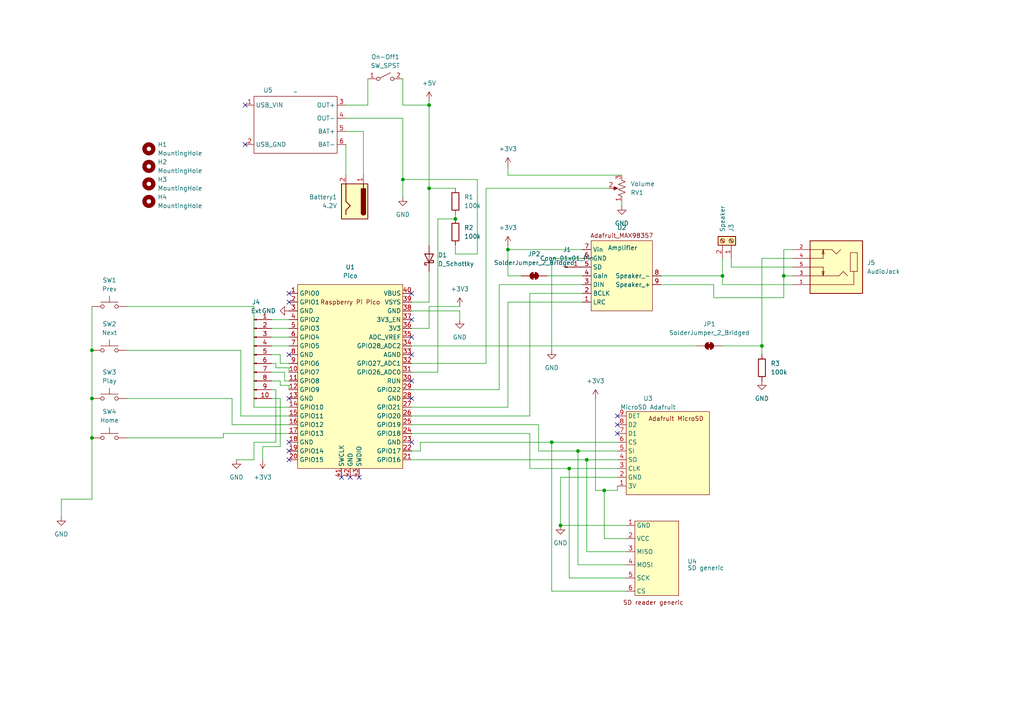
<source format=kicad_sch>
(kicad_sch (version 20231120) (generator "eeschema") (generator_version "8.0")
  (paper "A4")
  (title_block (title "Boite à histoire") (date "2024-04-26") (rev "12") (company "Fablab'ke"))
  (lib_symbols
    (symbol "Connector:Conn_01x01_Pin" (pin_names (offset 1.016) hide)
      (property "Reference" "J" (at 0 2.54 0))
      (property "Value" "Conn_01x01_Pin" (at 0 -2.54 0))
      (symbol "Conn_01x01_Pin_1_1"
        (polyline (pts (xy 1.27 0) (xy 0.8636 0)) (stroke (width 0.1524)))
        (rectangle (start 0.8636 0.127) (end 0 -0.127) (stroke (width 0.1524)) (fill (type outline)))
        (pin passive line (at 5.08 0 180) (length 3.81) (name "Pin_1") (number "1"))
      )
    )
    (symbol "Connector:Conn_01x10_Pin" (pin_names (offset 1.016) hide)
      (property "Reference" "J" (at 0 12.7 0))
      (property "Value" "Conn_01x10_Pin" (at 0 -15.24 0))
      (symbol "Conn_01x10_Pin_1_1"
        (polyline (pts (xy 1.27 -12.7) (xy 0.8636 -12.7)) (stroke (width 0.1524)))
        (polyline (pts (xy 1.27 -10.16) (xy 0.8636 -10.16)) (stroke (width 0.1524)))
        (polyline (pts (xy 1.27 -7.62) (xy 0.8636 -7.62)) (stroke (width 0.1524)))
        (polyline (pts (xy 1.27 -5.08) (xy 0.8636 -5.08)) (stroke (width 0.1524)))
        (polyline (pts (xy 1.27 -2.54) (xy 0.8636 -2.54)) (stroke (width 0.1524)))
        (polyline (pts (xy 1.27 0) (xy 0.8636 0)) (stroke (width 0.1524)))
        (polyline (pts (xy 1.27 2.54) (xy 0.8636 2.54)) (stroke (width 0.1524)))
        (polyline (pts (xy 1.27 5.08) (xy 0.8636 5.08)) (stroke (width 0.1524)))
        (polyline (pts (xy 1.27 7.62) (xy 0.8636 7.62)) (stroke (width 0.1524)))
        (polyline (pts (xy 1.27 10.16) (xy 0.8636 10.16)) (stroke (width 0.1524)))
        (rectangle (start 0.8636 -12.573) (end 0 -12.827) (stroke (width 0.1524)) (fill (type outline)))
        (rectangle (start 0.8636 -10.033) (end 0 -10.287) (stroke (width 0.1524)) (fill (type outline)))
        (rectangle (start 0.8636 -7.493) (end 0 -7.747) (stroke (width 0.1524)) (fill (type outline)))
        (rectangle (start 0.8636 -4.953) (end 0 -5.207) (stroke (width 0.1524)) (fill (type outline)))
        (rectangle (start 0.8636 -2.413) (end 0 -2.667) (stroke (width 0.1524)) (fill (type outline)))
        (rectangle (start 0.8636 0.127) (end 0 -0.127) (stroke (width 0.1524)) (fill (type outline)))
        (rectangle (start 0.8636 2.667) (end 0 2.413) (stroke (width 0.1524)) (fill (type outline)))
        (rectangle (start 0.8636 5.207) (end 0 4.953) (stroke (width 0.1524)) (fill (type outline)))
        (rectangle (start 0.8636 7.747) (end 0 7.493) (stroke (width 0.1524)) (fill (type outline)))
        (rectangle (start 0.8636 10.287) (end 0 10.033) (stroke (width 0.1524)) (fill (type outline)))
        (pin passive line (at 5.08 10.16 180) (length 3.81) (name "Pin_1") (number "1"))
        (pin passive line (at 5.08 -12.7 180) (length 3.81) (name "Pin_10") (number "10"))
        (pin passive line (at 5.08 7.62 180) (length 3.81) (name "Pin_2") (number "2"))
        (pin passive line (at 5.08 5.08 180) (length 3.81) (name "Pin_3") (number "3"))
        (pin passive line (at 5.08 2.54 180) (length 3.81) (name "Pin_4") (number "4"))
        (pin passive line (at 5.08 0 180) (length 3.81) (name "Pin_5") (number "5"))
        (pin passive line (at 5.08 -2.54 180) (length 3.81) (name "Pin_6") (number "6"))
        (pin passive line (at 5.08 -5.08 180) (length 3.81) (name "Pin_7") (number "7"))
        (pin passive line (at 5.08 -7.62 180) (length 3.81) (name "Pin_8") (number "8"))
        (pin passive line (at 5.08 -10.16 180) (length 3.81) (name "Pin_9") (number "9"))
      )
    )
    (symbol "Connector:Jack-DC" (pin_names (offset 1.016))
      (property "Reference" "J" (at 0 5.334 0))
      (property "Value" "Jack-DC" (at 0 -5.08 0))
      (symbol "Jack-DC_0_1"
        (rectangle (start -5.08 3.81) (end 5.08 -3.81) (stroke (width 0.254)) (fill (type background)))
        (arc (start -3.302 3.175) (mid -3.9343 2.54) (end -3.302 1.905) (stroke (width 0.254)))
        (arc (start -3.302 3.175) (mid -3.9343 2.54) (end -3.302 1.905) (stroke (width 0.254)) (fill (type outline)))
        (polyline (pts (xy 5.08 2.54) (xy 3.81 2.54)) (stroke (width 0.254)))
        (polyline (pts (xy -3.81 -2.54) (xy -2.54 -2.54) (xy -1.27 -1.27) (xy 0 -2.54) (xy 2.54 -2.54) (xy 5.08 -2.54)) (stroke (width 0.254)))
        (rectangle (start 3.683 3.175) (end -3.302 1.905) (stroke (width 0.254)) (fill (type outline)))
      )
      (symbol "Jack-DC_1_1"
        (pin passive line (at 7.62 2.54 180) (length 2.54) (name "~") (number "1"))
        (pin passive line (at 7.62 -2.54 180) (length 2.54) (name "~") (number "2"))
      )
    )
    (symbol "Connector:Screw_Terminal_01x02" (pin_names (offset 1.016) hide)
      (property "Reference" "J" (at 0 2.54 0))
      (property "Value" "Screw_Terminal_01x02" (at 0 -5.08 0))
      (symbol "Screw_Terminal_01x02_1_1"
        (rectangle (start -1.27 1.27) (end 1.27 -3.81) (stroke (width 0.254)) (fill (type background)))
        (circle (center 0 -2.54) (radius 0.635) (stroke (width 0.1524)))
        (polyline (pts (xy -0.5334 -2.2098) (xy 0.3302 -3.048)) (stroke (width 0.1524)))
        (polyline (pts (xy -0.5334 0.3302) (xy 0.3302 -0.508)) (stroke (width 0.1524)))
        (polyline (pts (xy -0.3556 -2.032) (xy 0.508 -2.8702)) (stroke (width 0.1524)))
        (polyline (pts (xy -0.3556 0.508) (xy 0.508 -0.3302)) (stroke (width 0.1524)))
        (circle (center 0 0) (radius 0.635) (stroke (width 0.1524)))
        (pin passive line (at -5.08 0 0) (length 3.81) (name "Pin_1") (number "1"))
        (pin passive line (at -5.08 -2.54 0) (length 3.81) (name "Pin_2") (number "2"))
      )
    )
    (symbol "Device:D_Schottky" (pin_numbers hide) (pin_names (offset 1.016) hide)
      (property "Reference" "D" (at 0 2.54 0))
      (property "Value" "D_Schottky" (at 0 -2.54 0))
      (symbol "D_Schottky_0_1"
        (polyline (pts (xy 1.27 0) (xy -1.27 0)))
        (polyline (pts (xy 1.27 1.27) (xy 1.27 -1.27) (xy -1.27 0) (xy 1.27 1.27)) (stroke (width 0.254)))
        (polyline (pts (xy -1.905 0.635) (xy -1.905 1.27) (xy -1.27 1.27) (xy -1.27 -1.27) (xy -0.635 -1.27) (xy -0.635 -0.635)) (stroke (width 0.254)))
      )
      (symbol "D_Schottky_1_1"
        (pin passive line (at -3.81 0 0) (length 2.54) (name "K") (number "1"))
        (pin passive line (at 3.81 0 180) (length 2.54) (name "A") (number "2"))
      )
    )
    (symbol "Device:R" (pin_numbers hide) (pin_names (offset 0))
      (property "Reference" "R" (at 2.032 0 90))
      (property "Value" "R" (at 0 0 90))
      (symbol "R_0_1"
        (rectangle (start -1.016 -2.54) (end 1.016 2.54) (stroke (width 0.254)))
      )
      (symbol "R_1_1"
        (pin passive line (at 0 3.81 270) (length 1.27) (name "~") (number "1"))
        (pin passive line (at 0 -3.81 90) (length 1.27) (name "~") (number "2"))
      )
    )
    (symbol "Device:R_Potentiometer_US" (pin_names (offset 1.016) hide)
      (property "Reference" "RV" (at -4.445 0 90))
      (property "Value" "R_Potentiometer_US" (at -2.54 0 90))
      (symbol "R_Potentiometer_US_0_1"
        (polyline (pts (xy 0 -2.286) (xy 0 -2.54)))
        (polyline (pts (xy 0 2.54) (xy 0 2.286)))
        (polyline (pts (xy 2.54 0) (xy 1.524 0)))
        (polyline (pts (xy 1.143 0) (xy 2.286 0.508) (xy 2.286 -0.508) (xy 1.143 0)) (fill (type outline)))
        (polyline (pts (xy 0 -0.762) (xy 1.016 -1.143) (xy 0 -1.524) (xy -1.016 -1.905) (xy 0 -2.286)))
        (polyline (pts (xy 0 0.762) (xy 1.016 0.381) (xy 0 0) (xy -1.016 -0.381) (xy 0 -0.762)))
        (polyline (pts (xy 0 2.286) (xy 1.016 1.905) (xy 0 1.524) (xy -1.016 1.143) (xy 0 0.762)))
      )
      (symbol "R_Potentiometer_US_1_1"
        (pin passive line (at 0 3.81 270) (length 1.27) (name "1") (number "1"))
        (pin passive line (at 3.81 0 180) (length 1.27) (name "2") (number "2"))
        (pin passive line (at 0 -3.81 90) (length 1.27) (name "3") (number "3"))
      )
    )
    (symbol "GND_1" (power) (pin_numbers hide) (pin_names (offset 0) hide)
      (property "Value" "GND" (at 0 -3.81 0))
      (symbol "GND_1_0_1"
        (polyline (pts (xy 0 0) (xy 0 -1.27) (xy 1.27 -1.27) (xy 0 -2.54) (xy -1.27 -1.27) (xy 0 -1.27)))
      )
      (symbol "GND_1_1_1"
        (pin power_in line (at 0 0 270) (length 0) (name "~") (number "1"))
      )
    )
    (symbol "GND_2" (power) (pin_numbers hide) (pin_names (offset 0) hide)
      (property "Value" "GND" (at 0 -3.81 0))
      (symbol "GND_2_0_1"
        (polyline (pts (xy 0 0) (xy 0 -1.27) (xy 1.27 -1.27) (xy 0 -2.54) (xy -1.27 -1.27) (xy 0 -1.27)))
      )
      (symbol "GND_2_1_1"
        (pin power_in line (at 0 0 270) (length 0) (name "~") (number "1"))
      )
    )
    (symbol "GND_3" (power) (pin_numbers hide) (pin_names (offset 0) hide)
      (property "Value" "GND" (at 0 -3.81 0))
      (symbol "GND_3_0_1"
        (polyline (pts (xy 0 0) (xy 0 -1.27) (xy 1.27 -1.27) (xy 0 -2.54) (xy -1.27 -1.27) (xy 0 -1.27)))
      )
      (symbol "GND_3_1_1"
        (pin power_in line (at 0 0 270) (length 0) (name "~") (number "1"))
      )
    )
    (symbol "GND_4" (power) (pin_numbers hide) (pin_names (offset 0) hide)
      (property "Value" "GND" (at 0 -3.81 0))
      (symbol "GND_4_0_1"
        (polyline (pts (xy 0 0) (xy 0 -1.27) (xy 1.27 -1.27) (xy 0 -2.54) (xy -1.27 -1.27) (xy 0 -1.27)))
      )
      (symbol "GND_4_1_1"
        (pin power_in line (at 0 0 270) (length 0) (name "~") (number "1"))
      )
    )
    (symbol "GND_6" (power) (pin_numbers hide) (pin_names (offset 0) hide)
      (property "Value" "GND" (at 0 -3.81 0))
      (symbol "GND_6_0_1"
        (polyline (pts (xy 0 0) (xy 0 -1.27) (xy 1.27 -1.27) (xy 0 -2.54) (xy -1.27 -1.27) (xy 0 -1.27)))
      )
      (symbol "GND_6_1_1"
        (pin power_in line (at 0 0 270) (length 0) (name "~") (number "1"))
      )
    )
    (symbol "Jumper:SolderJumper_2_Bridged" (pin_numbers hide) (pin_names (offset 0) hide) (exclude_from_sim yes) (in_bom no)
      (property "Reference" "JP" (at 0 2.032 0))
      (property "Value" "SolderJumper_2_Bridged" (at 0 -2.54 0))
      (symbol "SolderJumper_2_Bridged_0_1"
        (rectangle (start -0.508 0.508) (end 0.508 -0.508) (fill (type outline)))
        (arc (start -0.254 1.016) (mid -1.2656 0) (end -0.254 -1.016))
        (arc (start -0.254 1.016) (mid -1.2656 0) (end -0.254 -1.016) (fill (type outline)))
        (polyline (pts (xy -0.254 1.016) (xy -0.254 -1.016)))
        (polyline (pts (xy 0.254 1.016) (xy 0.254 -1.016)))
        (arc (start 0.254 -1.016) (mid 1.2656 0) (end 0.254 1.016))
        (arc (start 0.254 -1.016) (mid 1.2656 0) (end 0.254 1.016) (fill (type outline)))
      )
      (symbol "SolderJumper_2_Bridged_1_1"
        (pin passive line (at -3.81 0 0) (length 2.54) (name "A") (number "1"))
        (pin passive line (at 3.81 0 180) (length 2.54) (name "B") (number "2"))
      )
    )
    (symbol "MCU_RaspberryPi_and_Boards:Pico"
      (property "Reference" "U" (at -13.97 27.94 0))
      (property "Value" "Pico" (at 0 19.05 0))
      (symbol "Pico_0_0"
        (text "Raspberry Pi Pico" (at 0 21.59 0) (effects (font (size 1.27 1.27))))
      )
      (symbol "Pico_0_1"
        (rectangle (start -15.24 26.67) (end 15.24 -26.67) (fill (type background)))
      )
      (symbol "Pico_1_1"
        (pin bidirectional line (at -17.78 24.13 0) (length 2.54) (name "GPIO0") (number "1"))
        (pin bidirectional line (at -17.78 1.27 0) (length 2.54) (name "GPIO7") (number "10"))
        (pin bidirectional line (at -17.78 -1.27 0) (length 2.54) (name "GPIO8") (number "11"))
        (pin bidirectional line (at -17.78 -3.81 0) (length 2.54) (name "GPIO9") (number "12"))
        (pin power_in line (at -17.78 -6.35 0) (length 2.54) (name "GND") (number "13"))
        (pin bidirectional line (at -17.78 -8.89 0) (length 2.54) (name "GPIO10") (number "14"))
        (pin bidirectional line (at -17.78 -11.43 0) (length 2.54) (name "GPIO11") (number "15"))
        (pin bidirectional line (at -17.78 -13.97 0) (length 2.54) (name "GPIO12") (number "16"))
        (pin bidirectional line (at -17.78 -16.51 0) (length 2.54) (name "GPIO13") (number "17"))
        (pin power_in line (at -17.78 -19.05 0) (length 2.54) (name "GND") (number "18"))
        (pin bidirectional line (at -17.78 -21.59 0) (length 2.54) (name "GPIO14") (number "19"))
        (pin bidirectional line (at -17.78 21.59 0) (length 2.54) (name "GPIO1") (number "2"))
        (pin bidirectional line (at -17.78 -24.13 0) (length 2.54) (name "GPIO15") (number "20"))
        (pin bidirectional line (at 17.78 -24.13 180) (length 2.54) (name "GPIO16") (number "21"))
        (pin bidirectional line (at 17.78 -21.59 180) (length 2.54) (name "GPIO17") (number "22"))
        (pin power_in line (at 17.78 -19.05 180) (length 2.54) (name "GND") (number "23"))
        (pin bidirectional line (at 17.78 -16.51 180) (length 2.54) (name "GPIO18") (number "24"))
        (pin bidirectional line (at 17.78 -13.97 180) (length 2.54) (name "GPIO19") (number "25"))
        (pin bidirectional line (at 17.78 -11.43 180) (length 2.54) (name "GPIO20") (number "26"))
        (pin bidirectional line (at 17.78 -8.89 180) (length 2.54) (name "GPIO21") (number "27"))
        (pin power_in line (at 17.78 -6.35 180) (length 2.54) (name "GND") (number "28"))
        (pin bidirectional line (at 17.78 -3.81 180) (length 2.54) (name "GPIO22") (number "29"))
        (pin power_in line (at -17.78 19.05 0) (length 2.54) (name "GND") (number "3"))
        (pin input line (at 17.78 -1.27 180) (length 2.54) (name "RUN") (number "30"))
        (pin bidirectional line (at 17.78 1.27 180) (length 2.54) (name "GPIO26_ADC0") (number "31"))
        (pin bidirectional line (at 17.78 3.81 180) (length 2.54) (name "GPIO27_ADC1") (number "32"))
        (pin power_in line (at 17.78 6.35 180) (length 2.54) (name "AGND") (number "33"))
        (pin bidirectional line (at 17.78 8.89 180) (length 2.54) (name "GPIO28_ADC2") (number "34"))
        (pin power_in line (at 17.78 11.43 180) (length 2.54) (name "ADC_VREF") (number "35"))
        (pin power_in line (at 17.78 13.97 180) (length 2.54) (name "3V3") (number "36"))
        (pin input line (at 17.78 16.51 180) (length 2.54) (name "3V3_EN") (number "37"))
        (pin bidirectional line (at 17.78 19.05 180) (length 2.54) (name "GND") (number "38"))
        (pin power_in line (at 17.78 21.59 180) (length 2.54) (name "VSYS") (number "39"))
        (pin bidirectional line (at -17.78 16.51 0) (length 2.54) (name "GPIO2") (number "4"))
        (pin power_in line (at 17.78 24.13 180) (length 2.54) (name "VBUS") (number "40"))
        (pin input line (at -2.54 -29.21 90) (length 2.54) (name "SWCLK") (number "41"))
        (pin power_in line (at 0 -29.21 90) (length 2.54) (name "GND") (number "42"))
        (pin bidirectional line (at 2.54 -29.21 90) (length 2.54) (name "SWDIO") (number "43"))
        (pin bidirectional line (at -17.78 13.97 0) (length 2.54) (name "GPIO3") (number "5"))
        (pin bidirectional line (at -17.78 11.43 0) (length 2.54) (name "GPIO4") (number "6"))
        (pin bidirectional line (at -17.78 8.89 0) (length 2.54) (name "GPIO5") (number "7"))
        (pin power_in line (at -17.78 6.35 0) (length 2.54) (name "GND") (number "8"))
        (pin bidirectional line (at -17.78 3.81 0) (length 2.54) (name "GPIO6") (number "9"))
      )
    )
    (symbol "Mechanical:MountingHole" (pin_names (offset 1.016))
      (property "Reference" "H" (at 0 5.08 0))
      (property "Value" "MountingHole" (at 0 3.175 0))
      (symbol "MountingHole_0_1"
        (circle (center 0 0) (radius 1.27) (stroke (width 1.27)))
      )
    )
    (symbol "SJ1-3535:SJ1-3535" (pin_names (offset 1.016) hide)
      (property "Reference" "J" (at -7.62 8.382 0))
      (property "Value" "SJ1-3535" (at -7.62 -10.16 0))
      (symbol "SJ1-3535_0_0"
        (rectangle (start -7.62 -7.62) (end 7.62 7.62) (stroke (width 0.254)) (fill (type background)))
        (polyline (pts (xy -6.096 -4.191) (xy -6.096 1.27)) (stroke (width 0.1524)))
        (polyline (pts (xy -6.096 1.27) (xy -5.08 1.27)) (stroke (width 0.1524)))
        (polyline (pts (xy -5.08 1.27) (xy -4.064 1.27)) (stroke (width 0.1524)))
        (polyline (pts (xy -5.08 5.08) (xy -5.08 1.27)) (stroke (width 0.1524)))
        (polyline (pts (xy -4.064 -4.191) (xy -6.096 -4.191)) (stroke (width 0.1524)))
        (polyline (pts (xy -4.064 1.27) (xy -4.064 -4.191)) (stroke (width 0.1524)))
        (polyline (pts (xy -2.032 1.27) (xy -3.302 2.54)) (stroke (width 0.1524)))
        (polyline (pts (xy -0.762 2.54) (xy -2.032 1.27)) (stroke (width 0.1524)))
        (polyline (pts (xy 0 -3.81) (xy -1.27 -5.08)) (stroke (width 0.1524)))
        (polyline (pts (xy 1.27 -5.08) (xy 0 -3.81)) (stroke (width 0.1524)))
        (polyline (pts (xy 3.81 -5.08) (xy 1.27 -5.08)) (stroke (width 0.1524)))
        (polyline (pts (xy 3.81 -5.08) (xy 3.81 -2.54)) (stroke (width 0.1524)))
        (polyline (pts (xy 3.81 0) (xy 3.81 2.54)) (stroke (width 0.1524)))
        (polyline (pts (xy 3.81 2.54) (xy -0.762 2.54)) (stroke (width 0.1524)))
        (polyline (pts (xy 7.62 -5.08) (xy 3.81 -5.08)) (stroke (width 0.1524)))
        (polyline (pts (xy 7.62 -2.54) (xy 3.81 -2.54)) (stroke (width 0.1524)))
        (polyline (pts (xy 7.62 0) (xy 3.81 0)) (stroke (width 0.1524)))
        (polyline (pts (xy 7.62 2.54) (xy 3.81 2.54)) (stroke (width 0.1524)))
        (polyline (pts (xy 7.62 5.08) (xy -5.08 5.08)) (stroke (width 0.1524)))
        (polyline (pts (xy 3.81 -5.08) (xy 3.5052 -3.81) (xy 4.1402 -3.81) (xy 3.81 -5.08)) (stroke (width 0.1524)) (fill (type background)))
        (polyline (pts (xy 3.81 2.54) (xy 4.1402 1.27) (xy 3.5052 1.27) (xy 3.81 2.54)) (stroke (width 0.1524)) (fill (type background)))
        (pin passive line (at 12.7 5.08 180) (length 5.08) (name "~") (number "1"))
        (pin passive line (at 12.7 -5.08 180) (length 5.08) (name "~") (number "2"))
        (pin passive line (at 12.7 2.54 180) (length 5.08) (name "~") (number "3"))
        (pin passive line (at 12.7 -2.54 180) (length 5.08) (name "~") (number "4"))
        (pin passive line (at 12.7 0 180) (length 5.08) (name "~") (number "5"))
      )
    )
    (symbol "Switch:SW_Push" (pin_numbers hide) (pin_names (offset 1.016) hide)
      (property "Reference" "SW" (at 1.27 2.54 0))
      (property "Value" "SW_Push" (at 0 -1.524 0))
      (symbol "SW_Push_0_1"
        (circle (center -2.032 0) (radius 0.508))
        (polyline (pts (xy 0 1.27) (xy 0 3.048)))
        (polyline (pts (xy 2.54 1.27) (xy -2.54 1.27)))
        (circle (center 2.032 0) (radius 0.508))
        (pin passive line (at -5.08 0 0) (length 2.54) (name "1") (number "1"))
        (pin passive line (at 5.08 0 180) (length 2.54) (name "2") (number "2"))
      )
    )
    (symbol "Switch:SW_SPST" (pin_names (offset 0) hide)
      (property "Reference" "SW" (at 0 3.175 0))
      (property "Value" "SW_SPST" (at 0 -2.54 0))
      (symbol "SW_SPST_0_0"
        (circle (center -2.032 0) (radius 0.508))
        (polyline (pts (xy -1.524 0.254) (xy 1.524 1.778)))
        (circle (center 2.032 0) (radius 0.508))
      )
      (symbol "SW_SPST_1_1"
        (pin passive line (at -5.08 0 0) (length 2.54) (name "A") (number "1"))
        (pin passive line (at 5.08 0 180) (length 2.54) (name "B") (number "2"))
      )
    )
    (symbol "power:+3V3" (power) (pin_numbers hide) (pin_names (offset 0) hide)
      (property "Value" "+3V3" (at 0 3.556 0))
      (symbol "+3V3_0_1"
        (polyline (pts (xy -0.762 1.27) (xy 0 2.54)))
        (polyline (pts (xy 0 0) (xy 0 2.54)))
        (polyline (pts (xy 0 2.54) (xy 0.762 1.27)))
      )
      (symbol "+3V3_1_1"
        (pin power_in line (at 0 0 90) (length 0) (name "~") (number "1"))
      )
    )
    (symbol "power:+5V" (power) (pin_numbers hide) (pin_names (offset 0) hide)
      (property "Value" "+5V" (at 0 3.556 0))
      (symbol "+5V_0_1"
        (polyline (pts (xy -0.762 1.27) (xy 0 2.54)))
        (polyline (pts (xy 0 0) (xy 0 2.54)))
        (polyline (pts (xy 0 2.54) (xy 0.762 1.27)))
      )
      (symbol "+5V_1_1"
        (pin power_in line (at 0 0 90) (length 0) (name "~") (number "1"))
      )
    )
    (symbol "power:GND" (power) (pin_numbers hide) (pin_names (offset 0) hide)
      (property "Value" "GND" (at 0 -3.81 0))
      (symbol "GND_0_1"
        (polyline (pts (xy 0 0) (xy 0 -1.27) (xy 1.27 -1.27) (xy 0 -2.54) (xy -1.27 -1.27) (xy 0 -1.27)))
      )
      (symbol "GND_1_1"
        (pin power_in line (at 0 0 270) (length 0) (name "~") (number "1"))
      )
    )
    (symbol "storybox:Adafruit_MAX98357"
      (property "Reference" "U" (at 0.508 4.318 0))
      (symbol "Adafruit_MAX98357_1_1"
        (rectangle (start -6.35 2.54) (end 11.43 -17.78) (fill (type background)))
        (text "Adafruit_MAX98357" (at 2.54 -19.304 0) (effects (font (size 1.27 1.27))))
        (pin input line (at -8.89 0 0) (length 2.54) (name "LRC") (number "1"))
        (pin input line (at -8.89 -2.54 0) (length 2.54) (name "BCLK") (number "2"))
        (pin input line (at -8.89 -5.08 0) (length 2.54) (name "DIN") (number "3"))
        (pin input line (at -8.89 -7.62 0) (length 2.54) (name "Gain") (number "4"))
        (pin input line (at -8.89 -10.16 0) (length 2.54) (name "SD") (number "5"))
        (pin power_in line (at -8.89 -12.7 0) (length 2.54) (name "GND") (number "6"))
        (pin power_in line (at -8.89 -15.24 0) (length 2.54) (name "Vin") (number "7"))
        (pin output line (at 13.97 -7.62 180) (length 2.54) (name "Speaker_-") (number "8"))
        (pin output line (at 13.97 -5.08 180) (length 2.54) (name "Speaker_+") (number "9"))
      )
    )
    (symbol "storybox:Adafruit_MicroSd_3v"
      (property "Reference" "U" (at 6.096 1.524 0))
      (symbol "Adafruit_MicroSd_3v_1_1"
        (rectangle (start 0 0) (end 24.13 -24.13) (fill (type background)))
        (text "Adafruit MicroSD" (at 14.478 -22.098 0) (effects (font (size 1.27 1.27))))
        (pin power_in line (at -2.54 -2.54 0) (length 2.54) (name "3V") (number "1"))
        (pin power_in line (at -2.54 -5.08 0) (length 2.54) (name "GND") (number "2"))
        (pin input line (at -2.54 -7.62 0) (length 2.54) (name "CLK") (number "3"))
        (pin bidirectional line (at -2.54 -10.16 0) (length 2.54) (name "SO") (number "4"))
        (pin bidirectional line (at -2.54 -12.7 0) (length 2.54) (name "SI") (number "5"))
        (pin bidirectional line (at -2.54 -15.24 0) (length 2.54) (name "CS") (number "6"))
        (pin bidirectional line (at -2.54 -17.78 0) (length 2.54) (name "D1") (number "7"))
        (pin bidirectional line (at -2.54 -20.32 0) (length 2.54) (name "D2") (number "8"))
        (pin bidirectional line (at -2.54 -22.86 0) (length 2.54) (name "DET") (number "9"))
      )
    )
    (symbol "storybox:MicroSd_generic"
      (property "Reference" "U" (at 0 0 0))
      (symbol "MicroSd_generic_1_1"
        (rectangle (start 2.54 -1.27) (end 15.24 -22.86) (fill (type background)))
        (text "SD reader generic" (at 7.874 -24.892 0) (effects (font (size 1.27 1.27))))
        (pin power_in line (at 0 -2.54 0) (length 2.54) (name "GND") (number "1"))
        (pin power_in line (at 0 -6.35 0) (length 2.54) (name "VCC") (number "2"))
        (pin bidirectional line (at 0 -10.16 0) (length 2.54) (name "MISO") (number "3"))
        (pin bidirectional line (at 0 -13.97 0) (length 2.54) (name "MOSI") (number "4"))
        (pin bidirectional line (at 0 -17.78 0) (length 2.54) (name "SCK") (number "5"))
        (pin bidirectional line (at 0 -21.59 0) (length 2.54) (name "CS") (number "6"))
      )
    )
    (symbol "storybox:tp4056_charger"
      (property "Reference" "U" (at 0 0 0))
      (symbol "tp4056_charger_0_1"
        (rectangle (start -3.81 -1.27) (end 20.32 -17.78))
      )
      (symbol "tp4056_charger_1_1"
        (pin power_in line (at -6.35 -3.81 0) (length 2.54) (name "USB_VIN") (number "1"))
        (pin power_in line (at -6.35 -15.24 0) (length 2.54) (name "USB_GND") (number "2"))
        (pin power_out line (at 22.86 -3.81 180) (length 2.54) (name "OUT+") (number "3"))
        (pin power_out line (at 22.86 -7.62 180) (length 2.54) (name "OUT-") (number "4"))
        (pin power_in line (at 22.86 -11.43 180) (length 2.54) (name "BAT+") (number "5"))
        (pin power_in line (at 22.86 -15.24 180) (length 2.54) (name "BAT-") (number "6"))
      )
    )
  )
  (junction (at 165.1 135.89))
  (junction (at 209.55 80.01))
  (junction (at 220.98 100.33))
  (junction (at 162.56 152.4))
  (junction (at 160.02 128.27))
  (junction (at 132.08 63.5))
  (junction (at 170.18 133.35))
  (junction (at 227.33 80.01))
  (junction (at 167.64 130.81))
  (junction (at 147.32 72.39))
  (junction (at 26.67 127))
  (junction (at 175.26 142.24))
  (junction (at 124.46 54.61))
  (junction (at 116.84 52.07))
  (junction (at 26.67 101.6))
  (junction (at 26.67 115.57))
  (junction (at 124.46 30.48))
  (no_connect (at 83.82 85.09))
  (no_connect (at 119.38 110.49))
  (no_connect (at 71.12 30.48))
  (no_connect (at 119.38 85.09))
  (no_connect (at 83.82 133.35))
  (no_connect (at 101.6 138.43))
  (no_connect (at 119.38 92.71))
  (no_connect (at 179.07 120.65))
  (no_connect (at 83.82 130.81))
  (no_connect (at 119.38 102.87))
  (no_connect (at 99.06 138.43))
  (no_connect (at 83.82 128.27))
  (no_connect (at 83.82 115.57))
  (no_connect (at 104.14 138.43))
  (no_connect (at 71.12 41.91))
  (no_connect (at 119.38 97.79))
  (no_connect (at 119.38 128.27))
  (no_connect (at 119.38 115.57))
  (no_connect (at 83.82 87.63))
  (no_connect (at 83.82 102.87))
  (no_connect (at 179.07 123.19))
  (no_connect (at 179.07 125.73))
  (wire (pts (xy 172.72 142.24) (xy 175.26 142.24)))
  (wire (pts (xy 82.55 107.95) (xy 82.55 110.49)))
  (wire (pts (xy 191.77 82.55) (xy 207.01 82.55)))
  (wire (pts (xy 73.66 133.35) (xy 73.66 128.27)))
  (wire (pts (xy 36.83 115.57) (xy 67.31 115.57)))
  (wire (pts (xy 180.34 58.42) (xy 180.34 59.69)))
  (wire (pts (xy 67.31 115.57) (xy 67.31 123.19)))
  (wire (pts (xy 17.78 144.78) (xy 17.78 149.86)))
  (wire (pts (xy 132.08 63.5) (xy 127 63.5)))
  (wire (pts (xy 124.46 54.61) (xy 124.46 71.12)))
  (wire (pts (xy 76.2 133.35) (xy 76.2 129.54)))
  (wire (pts (xy 127 107.95) (xy 119.38 107.95)))
  (wire (pts (xy 138.43 73.66) (xy 138.43 52.07)))
  (wire (pts (xy 76.2 129.54) (xy 81.28 129.54)))
  (wire (pts (xy 78.74 107.95) (xy 82.55 107.95)))
  (wire (pts (xy 181.61 160.02) (xy 170.18 160.02)))
  (wire (pts (xy 176.53 54.61) (xy 140.97 54.61)))
  (wire (pts (xy 147.32 50.8) (xy 180.34 50.8)))
  (wire (pts (xy 160.02 74.93) (xy 168.91 74.93)))
  (wire (pts (xy 124.46 29.21) (xy 124.46 30.48)))
  (wire (pts (xy 116.84 52.07) (xy 138.43 52.07)))
  (wire (pts (xy 124.46 95.25) (xy 119.38 95.25)))
  (wire (pts (xy 151.13 80.01) (xy 147.32 80.01)))
  (wire (pts (xy 116.84 22.86) (xy 116.84 30.48)))
  (wire (pts (xy 220.98 74.93) (xy 220.98 100.33)))
  (wire (pts (xy 116.84 30.48) (xy 124.46 30.48)))
  (wire (pts (xy 191.77 80.01) (xy 209.55 80.01)))
  (wire (pts (xy 124.46 30.48) (xy 124.46 54.61)))
  (wire (pts (xy 227.33 86.36) (xy 227.33 80.01)))
  (wire (pts (xy 229.87 74.93) (xy 220.98 74.93)))
  (wire (pts (xy 147.32 80.01) (xy 147.32 72.39)))
  (wire (pts (xy 181.61 156.21) (xy 175.26 156.21)))
  (wire (pts (xy 144.78 82.55) (xy 168.91 82.55)))
  (wire (pts (xy 78.74 115.57) (xy 81.28 115.57)))
  (wire (pts (xy 144.78 113.03) (xy 144.78 82.55)))
  (wire (pts (xy 83.82 106.68) (xy 83.82 107.95)))
  (wire (pts (xy 160.02 101.6) (xy 160.02 74.93)))
  (wire (pts (xy 209.55 82.55) (xy 229.87 82.55)))
  (wire (pts (xy 147.32 48.26) (xy 147.32 50.8)))
  (wire (pts (xy 80.01 106.68) (xy 83.82 106.68)))
  (wire (pts (xy 179.07 135.89) (xy 165.1 135.89)))
  (wire (pts (xy 167.64 130.81) (xy 156.21 130.81)))
  (wire (pts (xy 119.38 113.03) (xy 144.78 113.03)))
  (wire (pts (xy 80.01 105.41) (xy 80.01 106.68)))
  (wire (pts (xy 153.67 120.65) (xy 153.67 85.09)))
  (wire (pts (xy 26.67 115.57) (xy 26.67 127)))
  (wire (pts (xy 124.46 87.63) (xy 119.38 87.63)))
  (wire (pts (xy 140.97 54.61) (xy 140.97 105.41)))
  (wire (pts (xy 158.75 80.01) (xy 168.91 80.01)))
  (wire (pts (xy 207.01 82.55) (xy 207.01 86.36)))
  (wire (pts (xy 175.26 156.21) (xy 175.26 142.24)))
  (wire (pts (xy 133.35 90.17) (xy 119.38 90.17)))
  (wire (pts (xy 209.55 80.01) (xy 209.55 82.55)))
  (wire (pts (xy 207.01 86.36) (xy 227.33 86.36)))
  (wire (pts (xy 36.83 101.6) (xy 69.85 101.6)))
  (wire (pts (xy 165.1 135.89) (xy 153.67 135.89)))
  (wire (pts (xy 80.01 113.03) (xy 78.74 113.03)))
  (wire (pts (xy 167.64 163.83) (xy 167.64 130.81)))
  (wire (pts (xy 156.21 130.81) (xy 156.21 123.19)))
  (wire (pts (xy 116.84 34.29) (xy 116.84 52.07)))
  (wire (pts (xy 132.08 71.12) (xy 132.08 73.66)))
  (wire (pts (xy 78.74 100.33) (xy 83.82 100.33)))
  (wire (pts (xy 26.67 88.9) (xy 26.67 101.6)))
  (wire (pts (xy 121.92 128.27) (xy 121.92 130.81)))
  (wire (pts (xy 81.28 110.49) (xy 81.28 111.76)))
  (wire (pts (xy 116.84 52.07) (xy 116.84 57.15)))
  (wire (pts (xy 140.97 105.41) (xy 119.38 105.41)))
  (wire (pts (xy 83.82 111.76) (xy 83.82 113.03)))
  (wire (pts (xy 80.01 128.27) (xy 80.01 113.03)))
  (wire (pts (xy 78.74 105.41) (xy 80.01 105.41)))
  (wire (pts (xy 160.02 128.27) (xy 121.92 128.27)))
  (wire (pts (xy 153.67 135.89) (xy 153.67 125.73)))
  (wire (pts (xy 36.83 127) (xy 64.77 127)))
  (wire (pts (xy 36.83 88.9) (xy 73.66 88.9)))
  (wire (pts (xy 170.18 160.02) (xy 170.18 133.35)))
  (wire (pts (xy 147.32 87.63) (xy 168.91 87.63)))
  (wire (pts (xy 78.74 110.49) (xy 81.28 110.49)))
  (wire (pts (xy 64.77 127) (xy 64.77 125.73)))
  (wire (pts (xy 153.67 85.09) (xy 168.91 85.09)))
  (wire (pts (xy 162.56 138.43) (xy 162.56 152.4)))
  (wire (pts (xy 124.46 88.9) (xy 124.46 95.25)))
  (wire (pts (xy 133.35 92.71) (xy 133.35 90.17)))
  (wire (pts (xy 68.58 133.35) (xy 73.66 133.35)))
  (wire (pts (xy 124.46 78.74) (xy 124.46 87.63)))
  (wire (pts (xy 73.66 128.27) (xy 80.01 128.27)))
  (wire (pts (xy 179.07 130.81) (xy 167.64 130.81)))
  (wire (pts (xy 105.41 50.8) (xy 105.41 38.1)))
  (wire (pts (xy 132.08 73.66) (xy 138.43 73.66)))
  (wire (pts (xy 26.67 101.6) (xy 26.67 115.57)))
  (wire (pts (xy 106.68 30.48) (xy 106.68 22.86)))
  (wire (pts (xy 132.08 62.23) (xy 132.08 63.5)))
  (wire (pts (xy 227.33 72.39) (xy 227.33 80.01)))
  (wire (pts (xy 133.35 88.9) (xy 124.46 88.9)))
  (wire (pts (xy 119.38 118.11) (xy 147.32 118.11)))
  (wire (pts (xy 147.32 118.11) (xy 147.32 87.63)))
  (wire (pts (xy 78.74 95.25) (xy 83.82 95.25)))
  (wire (pts (xy 175.26 142.24) (xy 179.07 142.24)))
  (wire (pts (xy 229.87 72.39) (xy 227.33 72.39)))
  (wire (pts (xy 119.38 100.33) (xy 201.93 100.33)))
  (wire (pts (xy 170.18 133.35) (xy 179.07 133.35)))
  (wire (pts (xy 181.61 152.4) (xy 162.56 152.4)))
  (wire (pts (xy 153.67 125.73) (xy 119.38 125.73)))
  (wire (pts (xy 73.66 88.9) (xy 73.66 118.11)))
  (wire (pts (xy 78.74 92.71) (xy 83.82 92.71)))
  (wire (pts (xy 209.55 100.33) (xy 220.98 100.33)))
  (wire (pts (xy 179.07 142.24) (xy 179.07 140.97)))
  (wire (pts (xy 132.08 54.61) (xy 124.46 54.61)))
  (wire (pts (xy 26.67 144.78) (xy 17.78 144.78)))
  (wire (pts (xy 78.74 102.87) (xy 81.28 102.87)))
  (wire (pts (xy 67.31 123.19) (xy 83.82 123.19)))
  (wire (pts (xy 165.1 167.64) (xy 165.1 135.89)))
  (wire (pts (xy 64.77 125.73) (xy 83.82 125.73)))
  (wire (pts (xy 181.61 171.45) (xy 160.02 171.45)))
  (wire (pts (xy 209.55 74.93) (xy 209.55 80.01)))
  (wire (pts (xy 100.33 41.91) (xy 100.33 50.8)))
  (wire (pts (xy 147.32 71.12) (xy 147.32 72.39)))
  (wire (pts (xy 69.85 101.6) (xy 69.85 120.65)))
  (wire (pts (xy 172.72 115.57) (xy 172.72 142.24)))
  (wire (pts (xy 181.61 163.83) (xy 167.64 163.83)))
  (wire (pts (xy 119.38 133.35) (xy 170.18 133.35)))
  (wire (pts (xy 69.85 120.65) (xy 83.82 120.65)))
  (wire (pts (xy 100.33 30.48) (xy 106.68 30.48)))
  (wire (pts (xy 81.28 129.54) (xy 81.28 115.57)))
  (wire (pts (xy 127 63.5) (xy 127 107.95)))
  (wire (pts (xy 78.74 97.79) (xy 83.82 97.79)))
  (wire (pts (xy 81.28 111.76) (xy 83.82 111.76)))
  (wire (pts (xy 229.87 77.47) (xy 212.09 77.47)))
  (wire (pts (xy 162.56 138.43) (xy 179.07 138.43)))
  (wire (pts (xy 160.02 171.45) (xy 160.02 128.27)))
  (wire (pts (xy 119.38 120.65) (xy 153.67 120.65)))
  (wire (pts (xy 100.33 38.1) (xy 105.41 38.1)))
  (wire (pts (xy 100.33 34.29) (xy 116.84 34.29)))
  (wire (pts (xy 156.21 123.19) (xy 119.38 123.19)))
  (wire (pts (xy 220.98 100.33) (xy 220.98 102.87)))
  (wire (pts (xy 121.92 130.81) (xy 119.38 130.81)))
  (wire (pts (xy 81.28 102.87) (xy 81.28 105.41)))
  (wire (pts (xy 212.09 77.47) (xy 212.09 74.93)))
  (wire (pts (xy 26.67 127) (xy 26.67 144.78)))
  (wire (pts (xy 179.07 128.27) (xy 160.02 128.27)))
  (wire (pts (xy 81.28 105.41) (xy 83.82 105.41)))
  (wire (pts (xy 147.32 72.39) (xy 168.91 72.39)))
  (wire (pts (xy 181.61 167.64) (xy 165.1 167.64)))
  (wire (pts (xy 73.66 118.11) (xy 83.82 118.11)))
  (wire (pts (xy 227.33 80.01) (xy 229.87 80.01)))
  (wire (pts (xy 82.55 110.49) (xy 83.82 110.49)))
  (symbol (lib_id "Connector:Jack-DC") (at 102.87 58.42 270) (mirror x) (unit 1)
    (property "Reference" "Battery1" (at 97.79 57.1499 90) (effects (justify right)))
    (property "Value" "4.2V" (at 97.79 59.6899 90) (effects (justify right)))
    (property "Footprint" "storybox:connector_polarized" (effects (hide yes)))
    (property "Description" "DC Barrel Jack" (effects (hide yes)))
  )
  (symbol (lib_id "power:+3V3") (at 76.2 133.35 180) (unit 1)
    (property "Reference" "#PWR09" (effects (hide yes)))
    (property "Value" "+3V3" (at 76.2 138.43 0))
    (property "Description" "Power symbol creates a global label with name \"+3V3\"" (effects (hide yes)))
  )
  (symbol (lib_id "Device:D_Schottky") (at 124.46 74.93 90) (unit 1)
    (property "Reference" "D1" (at 127 73.9774 90) (effects (justify right)))
    (property "Value" "D_Schottky" (at 127 76.5174 90) (effects (justify right)))
    (property "Footprint" "Diode_THT:D_DO-15_P10.16mm_Horizontal" (effects (hide yes)))
    (property "Description" "Schottky diode" (effects (hide yes)))
  )
  (symbol (lib_id "Connector:Screw_Terminal_01x02") (at 212.09 69.85 270) (mirror x) (unit 1)
    (property "Reference" "J3" (at 212.0901 67.31 0) (effects (justify left)))
    (property "Value" "Speaker" (at 209.5501 67.31 0) (effects (justify left)))
    (property "Footprint" "storybox:connector_polarized" (effects (hide yes)))
    (property "Description" "Generic screw terminal, single row, 01x02, script generated (kicad-library-utils/schlib/autogen/connector/)" (effects (hide yes)))
  )
  (symbol (lib_id "power:+3V3") (at 133.35 88.9 0) (unit 1)
    (property "Reference" "#PWR02" (effects (hide yes)))
    (property "Value" "+3V3" (at 133.35 83.82 0))
    (property "Description" "Power symbol creates a global label with name \"+3V3\"" (effects (hide yes)))
  )
  (symbol (lib_id "power:+3V3") (at 147.32 48.26 0) (unit 1)
    (property "Reference" "#PWR05" (effects (hide yes)))
    (property "Value" "+3V3" (at 147.32 43.18 0))
    (property "Description" "Power symbol creates a global label with name \"+3V3\"" (effects (hide yes)))
  )
  (symbol (lib_id "Jumper:SolderJumper_2_Bridged") (at 154.94 80.01 0) (unit 1) (exclude_from_sim yes) (in_bom no)
    (property "Reference" "JP2" (at 154.94 73.66 0))
    (property "Value" "SolderJumper_2_Bridged" (at 154.94 76.2 0))
    (property "Footprint" "Jumper:SolderJumper-2_P1.3mm_Bridged_Pad1.0x1.5mm" (effects (hide yes)))
    (property "Description" "Solder Jumper, 2-pole, closed/bridged" (effects (hide yes)))
  )
  (symbol (lib_id "Switch:SW_Push") (at 31.75 88.9 0) (mirror y) (unit 1)
    (property "Reference" "SW1" (at 31.75 81.28 0))
    (property "Value" "Prev" (at 31.75 83.82 0))
    (property "Footprint" "Button_Switch_THT:SW_PUSH-12mm" (effects (hide yes)))
    (property "Description" "Push button switch, generic, two pins" (effects (hide yes)))
  )
  (symbol (lib_name "GND_4") (lib_id "power:GND") (at 116.84 57.15 0) (unit 1)
    (property "Reference" "#PWR08" (effects (hide yes)))
    (property "Value" "GND" (at 116.84 62.23 0))
    (property "Description" "Power symbol creates a global label with name \"GND\" , ground" (effects (hide yes)))
  )
  (symbol (lib_id "power:+5V") (at 124.46 29.21 0) (unit 1)
    (property "Reference" "#PWR012" (effects (hide yes)))
    (property "Value" "+5V" (at 124.46 24.13 0))
    (property "Description" "Power symbol creates a global label with name \"+5V\"" (effects (hide yes)))
  )
  (symbol (lib_name "GND_6") (lib_id "power:GND") (at 180.34 59.69 0) (unit 1)
    (property "Reference" "#PWR010" (effects (hide yes)))
    (property "Value" "GND" (at 180.34 64.77 0))
    (property "Description" "Power symbol creates a global label with name \"GND\" , ground" (effects (hide yes)))
  )
  (symbol (lib_id "Mechanical:MountingHole") (at 43.18 48.26 0) (unit 1)
    (property "Reference" "H2" (at 45.72 46.9899 0) (effects (justify left)))
    (property "Value" "MountingHole" (at 45.72 49.5299 0) (effects (justify left)))
    (property "Footprint" "MountingHole:MountingHole_3.2mm_M3" (effects (hide yes)))
    (property "Description" "Mounting Hole without connection" (effects (hide yes)))
  )
  (symbol (lib_id "power:GND") (at 17.78 149.86 0) (mirror y) (unit 1)
    (property "Reference" "#PWR01" (effects (hide yes)))
    (property "Value" "GND" (at 17.78 154.94 0))
    (property "Description" "Power symbol creates a global label with name \"GND\" , ground" (effects (hide yes)))
  )
  (symbol (lib_id "storybox:Adafruit_MAX98357") (at 177.8 87.63 0) (mirror x) (unit 1)
    (property "Reference" "U2" (at 180.34 66.04 0))
    (property "Value" "Amplifier" (at 180.594 71.882 0))
    (property "Footprint" "storybox:Adafruit_MAX98357" (effects (hide yes)))
  )
  (symbol (lib_id "Switch:SW_SPST") (at 111.76 22.86 0) (unit 1)
    (property "Reference" "On-Off1" (at 111.76 16.51 0))
    (property "Value" "SW_SPST" (at 111.76 19.05 0))
    (property "Footprint" "storybox:connector_polarized" (effects (hide yes)))
    (property "Description" "Single Pole Single Throw (SPST) switch" (effects (hide yes)))
  )
  (symbol (lib_name "GND_2") (lib_id "power:GND") (at 160.02 101.6 0) (unit 1)
    (property "Reference" "#PWR04" (effects (hide yes)))
    (property "Value" "GND" (at 160.02 106.68 0))
    (property "Description" "Power symbol creates a global label with name \"GND\" , ground" (effects (hide yes)))
  )
  (symbol (lib_id "Device:R") (at 220.98 106.68 0) (unit 1)
    (property "Reference" "R3" (at 223.52 105.4099 0) (effects (justify left)))
    (property "Value" "100k" (at 223.52 107.9499 0) (effects (justify left)))
    (property "Footprint" "Resistor_THT:R_Axial_DIN0204_L3.6mm_D1.6mm_P2.54mm_Vertical" (effects (hide yes)))
    (property "Description" "Resistor" (effects (hide yes)))
  )
  (symbol (lib_id "Device:R_Potentiometer_US") (at 180.34 54.61 180) (unit 1)
    (property "Reference" "RV1" (at 182.88 55.8801 0) (effects (justify right)))
    (property "Value" "Volume" (at 182.88 53.3401 0) (effects (justify right)))
    (property "Footprint" "Potentiometer_THT:Potentiometer_Alps_RK163_Single_Horizontal" (effects (hide yes)))
    (property "Description" "Potentiometer, US symbol" (effects (hide yes)))
  )
  (symbol (lib_id "Connector:Conn_01x10_Pin") (at 73.66 102.87 0) (unit 1)
    (property "Reference" "J4" (at 74.295 87.63 0))
    (property "Value" "Ext" (at 74.295 90.17 0))
    (property "Footprint" "Connector_PinHeader_2.54mm:PinHeader_2x05_P2.54mm_Vertical" (effects (hide yes)))
    (property "Description" "Generic connector, single row, 01x10, script generated" (effects (hide yes)))
  )
  (symbol (lib_id "power:GND") (at 220.98 110.49 0) (unit 1)
    (property "Reference" "#PWR015" (effects (hide yes)))
    (property "Value" "GND" (at 220.98 115.57 0))
    (property "Description" "Power symbol creates a global label with name \"GND\" , ground" (effects (hide yes)))
  )
  (symbol (lib_id "Jumper:SolderJumper_2_Bridged") (at 205.74 100.33 0) (unit 1) (exclude_from_sim yes) (in_bom no)
    (property "Reference" "JP1" (at 205.74 93.98 0))
    (property "Value" "SolderJumper_2_Bridged" (at 205.74 96.52 0))
    (property "Footprint" "Jumper:SolderJumper-2_P1.3mm_Bridged_Pad1.0x1.5mm" (effects (hide yes)))
    (property "Description" "Solder Jumper, 2-pole, closed/bridged" (effects (hide yes)))
  )
  (symbol (lib_id "Mechanical:MountingHole") (at 43.18 58.42 0) (unit 1)
    (property "Reference" "H4" (at 45.72 57.1499 0) (effects (justify left)))
    (property "Value" "MountingHole" (at 45.72 59.6899 0) (effects (justify left)))
    (property "Footprint" "MountingHole:MountingHole_3.2mm_M3" (effects (hide yes)))
    (property "Description" "Mounting Hole without connection" (effects (hide yes)))
  )
  (symbol (lib_id "MCU_RaspberryPi_and_Boards:Pico") (at 101.6 109.22 0) (unit 1)
    (property "Reference" "U1" (at 101.6 77.47 0))
    (property "Value" "Pico" (at 101.6 80.01 0))
    (property "Footprint" "MCU_RaspberryPi_and_Boards:RPi_Pico_SMD_TH" (effects (hide yes)))
  )
  (symbol (lib_id "storybox:tp4056_charger") (at 77.47 26.67 0) (unit 1)
    (property "Reference" "U5" (at 77.724 26.162 0))
    (property "Value" "~" (at 85.725 26.67 0))
    (property "Footprint" "storybox:tp4056" (effects (hide yes)))
  )
  (symbol (lib_id "power:+3V3") (at 172.72 115.57 0) (unit 1)
    (property "Reference" "#PWR06" (effects (hide yes)))
    (property "Value" "+3V3" (at 172.72 110.49 0))
    (property "Description" "Power symbol creates a global label with name \"+3V3\"" (effects (hide yes)))
  )
  (symbol (lib_id "power:GND") (at 83.82 90.17 270) (unit 1)
    (property "Reference" "#PWR014" (effects (hide yes)))
    (property "Value" "GND" (at 80.01 90.1699 90) (effects (justify right)))
    (property "Description" "Power symbol creates a global label with name \"GND\" , ground" (effects (hide yes)))
  )
  (symbol (lib_id "Switch:SW_Push") (at 31.75 115.57 0) (mirror y) (unit 1)
    (property "Reference" "SW3" (at 31.75 107.95 0))
    (property "Value" "Play" (at 31.75 110.49 0))
    (property "Footprint" "Button_Switch_THT:SW_PUSH-12mm" (effects (hide yes)))
    (property "Description" "Push button switch, generic, two pins" (effects (hide yes)))
  )
  (symbol (lib_name "GND_3") (lib_id "power:GND") (at 133.35 92.71 0) (unit 1)
    (property "Reference" "#PWR07" (effects (hide yes)))
    (property "Value" "GND" (at 133.35 97.79 0))
    (property "Description" "Power symbol creates a global label with name \"GND\" , ground" (effects (hide yes)))
  )
  (symbol (lib_id "Device:R") (at 132.08 67.31 0) (unit 1)
    (property "Reference" "R2" (at 134.62 66.0399 0) (effects (justify left)))
    (property "Value" "100k" (at 134.62 68.5799 0) (effects (justify left)))
    (property "Footprint" "Resistor_THT:R_Axial_DIN0204_L3.6mm_D1.6mm_P2.54mm_Vertical" (effects (hide yes)))
    (property "Description" "Resistor" (effects (hide yes)))
  )
  (symbol (lib_name "GND_1") (lib_id "power:GND") (at 162.56 152.4 0) (unit 1)
    (property "Reference" "#PWR03" (effects (hide yes)))
    (property "Value" "GND" (at 162.56 157.48 0))
    (property "Description" "Power symbol creates a global label with name \"GND\" , ground" (effects (hide yes)))
  )
  (symbol (lib_id "Mechanical:MountingHole") (at 43.18 43.18 0) (unit 1)
    (property "Reference" "H1" (at 45.72 41.9099 0) (effects (justify left)))
    (property "Value" "MountingHole" (at 45.72 44.4499 0) (effects (justify left)))
    (property "Footprint" "MountingHole:MountingHole_3.2mm_M3" (effects (hide yes)))
    (property "Description" "Mounting Hole without connection" (effects (hide yes)))
  )
  (symbol (lib_id "storybox:Adafruit_MicroSd_3v") (at 181.61 143.51 0) (mirror x) (unit 1)
    (property "Reference" "U3" (at 187.96 115.57 0))
    (property "Value" "MicroSD Adafruit" (at 187.96 118.11 0))
    (property "Footprint" "storybox:Adafruit_MicroSd_3v" (effects (hide yes)))
  )
  (symbol (lib_id "Mechanical:MountingHole") (at 43.18 53.34 0) (unit 1)
    (property "Reference" "H3" (at 45.72 52.0699 0) (effects (justify left)))
    (property "Value" "MountingHole" (at 45.72 54.6099 0) (effects (justify left)))
    (property "Footprint" "MountingHole:MountingHole_3.2mm_M3" (effects (hide yes)))
    (property "Description" "Mounting Hole without connection" (effects (hide yes)))
  )
  (symbol (lib_id "Switch:SW_Push") (at 31.75 101.6 0) (mirror y) (unit 1)
    (property "Reference" "SW2" (at 31.75 93.98 0))
    (property "Value" "Next" (at 31.75 96.52 0))
    (property "Footprint" "Button_Switch_THT:SW_PUSH-12mm" (effects (hide yes)))
    (property "Description" "Push button switch, generic, two pins" (effects (hide yes)))
  )
  (symbol (lib_id "power:+3V3") (at 147.32 71.12 0) (unit 1)
    (property "Reference" "#PWR013" (effects (hide yes)))
    (property "Value" "+3V3" (at 147.32 66.04 0))
    (property "Description" "Power symbol creates a global label with name \"+3V3\"" (effects (hide yes)))
  )
  (symbol (lib_id "power:GND") (at 68.58 133.35 0) (unit 1)
    (property "Reference" "#PWR011" (effects (hide yes)))
    (property "Value" "GND" (at 68.58 138.43 0))
    (property "Description" "Power symbol creates a global label with name \"GND\" , ground" (effects (hide yes)))
  )
  (symbol (lib_id "SJ1-3535:SJ1-3535") (at 242.57 77.47 180) (unit 1)
    (property "Reference" "J5" (at 251.46 76.1999 0) (effects (justify right)))
    (property "Value" "AudioJack" (at 251.46 78.7399 0) (effects (justify right)))
    (property "Footprint" "storybox:CUI_SJ1-3525NG-GR" (effects (hide yes)))
    (property "Description" "1.03" (effects (hide yes)))
    (property "STANDARD" "Manufacturer Recommendations" (effects (hide yes)))
    (property "MAXIMUM_PACKAGE_HEIGHT" "12.8 mm" (effects (hide yes)))
    (property "MANUFACTURER" "CUI Devices" (effects (hide yes)))
  )
  (symbol (lib_id "storybox:MicroSd_generic") (at 181.61 149.86 0) (unit 1)
    (property "Reference" "U4" (at 199.39 162.8167 0) (effects (justify left)))
    (property "Value" "SD generic" (at 199.39 164.7218 0) (effects (justify left)))
    (property "Footprint" "storybox:sd_reader_generic" (effects (hide yes)))
  )
  (symbol (lib_id "Device:R") (at 132.08 58.42 0) (unit 1)
    (property "Reference" "R1" (at 134.62 57.1499 0) (effects (justify left)))
    (property "Value" "100k" (at 134.62 59.6899 0) (effects (justify left)))
    (property "Footprint" "Resistor_THT:R_Axial_DIN0204_L3.6mm_D1.6mm_P2.54mm_Vertical" (effects (hide yes)))
    (property "Description" "Resistor" (effects (hide yes)))
  )
  (symbol (lib_id "Switch:SW_Push") (at 31.75 127 0) (mirror y) (unit 1)
    (property "Reference" "SW4" (at 31.75 119.38 0))
    (property "Value" "Home" (at 31.75 121.92 0))
    (property "Footprint" "Button_Switch_THT:SW_PUSH-12mm" (effects (hide yes)))
    (property "Description" "Push button switch, generic, two pins" (effects (hide yes)))
  )
  (symbol (lib_id "Connector:Conn_01x01_Pin") (at 163.83 77.47 0) (unit 1)
    (property "Reference" "J1" (at 164.465 72.39 0))
    (property "Value" "Conn_01x01_Pin" (at 164.465 74.93 0))
    (property "Footprint" "Connector_PinHeader_2.54mm:PinHeader_1x01_P2.54mm_Vertical" (effects (hide yes)))
    (property "Description" "Generic connector, single row, 01x01, script generated" (effects (hide yes)))
  )
)
</source>
